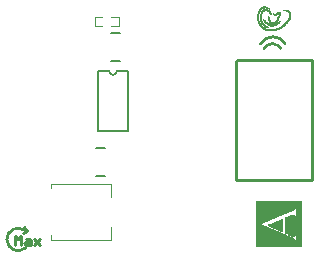
<source format=gto>
%FSLAX23Y23*%
%MOIN*%
G70*
G01*
G75*
%ADD10R,0.118X0.039*%
%ADD11R,0.118X0.059*%
%ADD12R,0.025X0.020*%
%ADD13R,0.079X0.079*%
%ADD14R,0.079X0.051*%
%ADD15O,0.055X0.024*%
%ADD16R,0.055X0.024*%
%ADD17R,0.031X0.035*%
%ADD18R,0.035X0.031*%
%ADD19R,0.043X0.102*%
%ADD20C,0.010*%
%ADD21R,0.105X0.150*%
%ADD22C,0.050*%
%ADD23C,0.039*%
%ADD24C,0.236*%
%ADD25R,0.105X0.155*%
%ADD26C,0.008*%
%ADD27C,0.000*%
%ADD28C,0.004*%
D20*
X1205Y730D02*
G03*
X1123Y730I-41J-24D01*
G01*
X1190Y715D02*
G03*
X1135Y715I-27J-16D01*
G01*
X338Y108D02*
G03*
X340Y50I-23J-30D01*
G01*
X336Y121D02*
X345Y106D01*
X331Y101D02*
X345Y106D01*
X1295Y275D02*
Y675D01*
X1045D02*
X1295D01*
X1040Y670D02*
X1045Y675D01*
X1040Y275D02*
Y670D01*
Y275D02*
X1295D01*
X305Y60D02*
Y91D01*
X315Y81D01*
X326Y91D01*
Y60D01*
X342Y81D02*
X352D01*
X357Y76D01*
Y60D01*
X342D01*
X336Y65D01*
X342Y70D01*
X357D01*
X368Y81D02*
X389Y60D01*
X378Y70D01*
X389Y81D01*
X368Y60D01*
D26*
X618Y640D02*
G03*
X643Y640I13J0D01*
G01*
X580Y440D02*
Y640D01*
Y440D02*
X680D01*
Y640D01*
X643D02*
X680D01*
X580D02*
X618D01*
X574Y288D02*
X606D01*
X574Y382D02*
X606D01*
X624Y673D02*
X656D01*
X624Y767D02*
X656D01*
D27*
X1111Y815D02*
Y824D01*
X1111Y815D02*
Y824D01*
X1112Y811D02*
Y828D01*
X1112Y811D02*
Y828D01*
X1112Y810D02*
Y829D01*
X1113Y808D02*
Y831D01*
X1113Y808D02*
Y831D01*
X1113Y806D02*
Y833D01*
X1113Y806D02*
Y834D01*
X1114Y804D02*
Y835D01*
X1114Y804D02*
Y836D01*
X1114Y803D02*
Y815D01*
Y824D02*
Y837D01*
X1115Y802D02*
Y814D01*
Y825D02*
Y837D01*
X1115Y801D02*
Y811D01*
Y827D02*
Y838D01*
X1115Y801D02*
Y811D01*
Y828D02*
Y838D01*
X1116Y800D02*
Y810D01*
Y829D02*
Y830D01*
Y830D02*
Y839D01*
X1116Y800D02*
Y809D01*
Y831D02*
Y840D01*
X1116Y799D02*
Y808D01*
Y831D02*
Y840D01*
X1117Y799D02*
Y807D01*
Y833D02*
Y841D01*
X1117Y798D02*
Y807D01*
Y833D02*
Y841D01*
X1117Y797D02*
Y805D01*
Y834D02*
Y842D01*
X1117Y797D02*
Y805D01*
Y834D02*
Y842D01*
X1118Y796D02*
Y804D01*
Y836D02*
Y843D01*
X1118Y796D02*
Y803D01*
Y836D02*
Y843D01*
X1118Y796D02*
Y802D01*
Y837D02*
Y844D01*
X1119Y795D02*
Y802D01*
Y838D02*
Y844D01*
X1119Y795D02*
Y801D01*
Y838D02*
Y845D01*
X1119Y794D02*
Y801D01*
Y839D02*
Y845D01*
X1120Y794D02*
Y800D01*
Y840D02*
Y845D01*
X1120Y793D02*
Y800D01*
Y840D02*
Y846D01*
X1120Y793D02*
Y800D01*
Y840D02*
Y847D01*
X1120Y793D02*
Y798D01*
Y841D02*
Y847D01*
X1121Y792D02*
Y798D01*
Y842D02*
Y847D01*
X1121Y792D02*
Y798D01*
Y812D02*
Y825D01*
Y842D02*
Y848D01*
X1121Y792D02*
Y797D01*
Y812D02*
Y825D01*
Y842D02*
Y848D01*
X1122Y791D02*
Y796D01*
Y810D02*
Y828D01*
Y843D02*
Y849D01*
X1122Y791D02*
Y796D01*
Y809D02*
Y828D01*
Y843D02*
Y849D01*
X1122Y791D02*
Y796D01*
Y808D02*
Y830D01*
Y843D02*
Y849D01*
X1122Y790D02*
Y795D01*
Y807D02*
Y830D01*
Y844D02*
Y849D01*
X1123Y790D02*
Y795D01*
Y807D02*
Y831D01*
Y845D02*
Y850D01*
X1123Y790D02*
Y795D01*
Y805D02*
Y832D01*
Y845D02*
Y850D01*
X1123Y789D02*
Y794D01*
Y805D02*
Y833D01*
Y845D02*
Y850D01*
X1124Y789D02*
Y794D01*
Y804D02*
Y818D01*
Y819D02*
Y834D01*
Y846D02*
Y850D01*
X1124Y789D02*
Y794D01*
Y803D02*
Y817D01*
Y820D02*
Y834D01*
Y846D02*
Y850D01*
X1124Y788D02*
Y793D01*
Y802D02*
Y812D01*
Y825D02*
Y835D01*
Y846D02*
Y851D01*
X1125Y788D02*
Y792D01*
Y802D02*
Y812D01*
Y825D02*
Y836D01*
Y846D02*
Y851D01*
X1125Y788D02*
Y792D01*
Y801D02*
Y810D01*
Y828D02*
Y837D01*
Y847D02*
Y851D01*
X1125Y787D02*
Y792D01*
Y801D02*
Y809D01*
Y828D02*
Y837D01*
Y847D02*
Y852D01*
X1125Y787D02*
Y791D01*
Y800D02*
Y808D01*
Y830D02*
Y838D01*
Y847D02*
Y852D01*
X1126Y787D02*
Y791D01*
Y800D02*
Y807D01*
Y830D02*
Y838D01*
Y847D02*
Y852D01*
X1126Y786D02*
Y791D01*
Y800D02*
Y807D01*
Y807D02*
Y807D01*
Y831D02*
Y839D01*
Y848D02*
Y852D01*
X1126Y786D02*
Y791D01*
Y799D02*
Y806D01*
Y832D02*
Y839D01*
Y848D02*
Y852D01*
X1127Y785D02*
Y790D01*
Y798D02*
Y806D01*
Y832D02*
Y840D01*
Y848D02*
Y852D01*
X1127Y785D02*
Y790D01*
Y798D02*
Y804D01*
Y833D02*
Y840D01*
Y849D02*
Y852D01*
X1127Y785D02*
Y790D01*
Y798D02*
Y804D01*
Y834D02*
Y841D01*
Y849D02*
Y853D01*
X1128Y785D02*
Y790D01*
Y797D02*
Y803D01*
Y835D02*
Y841D01*
Y849D02*
Y853D01*
X1128Y785D02*
Y789D01*
Y797D02*
Y803D01*
Y835D02*
Y842D01*
Y849D02*
Y853D01*
X1128Y784D02*
Y789D01*
Y796D02*
Y802D01*
Y836D02*
Y842D01*
Y849D02*
Y853D01*
X1128Y784D02*
Y789D01*
Y796D02*
Y802D01*
Y836D02*
Y842D01*
Y849D02*
Y853D01*
X1129Y784D02*
Y789D01*
Y796D02*
Y801D01*
Y837D02*
Y842D01*
Y850D02*
Y854D01*
X1129Y784D02*
Y788D01*
Y795D02*
Y801D01*
Y837D02*
Y843D01*
Y850D02*
Y854D01*
X1129Y783D02*
Y788D01*
Y795D02*
Y800D01*
Y837D02*
Y843D01*
Y850D02*
Y854D01*
X1130Y783D02*
Y787D01*
Y795D02*
Y800D01*
Y838D02*
Y843D01*
Y850D02*
Y854D01*
X1130Y783D02*
Y787D01*
Y794D02*
Y800D01*
Y838D02*
Y844D01*
Y850D02*
Y854D01*
X1130Y783D02*
Y787D01*
Y794D02*
Y799D01*
Y812D02*
Y813D01*
Y839D02*
Y844D01*
Y850D02*
Y854D01*
X1131Y782D02*
Y787D01*
Y794D02*
Y799D01*
Y812D02*
Y813D01*
Y839D02*
Y844D01*
Y851D02*
Y854D01*
X1131Y782D02*
Y787D01*
Y793D02*
Y799D01*
Y811D02*
Y813D01*
Y840D02*
Y844D01*
Y851D02*
Y854D01*
X1131Y782D02*
Y786D01*
Y793D02*
Y798D01*
Y811D02*
Y813D01*
Y840D02*
Y844D01*
Y851D02*
Y854D01*
X1132Y782D02*
Y786D01*
Y793D02*
Y798D01*
Y809D02*
Y813D01*
Y840D02*
Y845D01*
Y851D02*
Y854D01*
X1132Y781D02*
Y786D01*
Y792D02*
Y798D01*
Y809D02*
Y812D01*
Y840D02*
Y845D01*
Y851D02*
Y855D01*
X1132Y781D02*
Y786D01*
Y792D02*
Y797D01*
Y808D02*
Y812D01*
Y841D02*
Y845D01*
Y851D02*
Y855D01*
X1132Y781D02*
Y785D01*
Y792D02*
Y797D01*
Y808D02*
Y812D01*
Y841D02*
Y845D01*
Y851D02*
Y855D01*
X1133Y781D02*
Y785D01*
Y792D02*
Y797D01*
Y808D02*
Y811D01*
Y841D02*
Y845D01*
Y851D02*
Y855D01*
X1133Y781D02*
Y785D01*
Y791D02*
Y796D01*
Y807D02*
Y811D01*
Y841D02*
Y846D01*
Y851D02*
Y855D01*
X1133Y780D02*
Y785D01*
Y791D02*
Y796D01*
Y807D02*
Y811D01*
Y842D02*
Y846D01*
Y852D02*
Y855D01*
X1134Y780D02*
Y784D01*
Y791D02*
Y796D01*
Y806D02*
Y811D01*
Y842D02*
Y846D01*
Y852D02*
Y855D01*
X1134Y780D02*
Y784D01*
Y791D02*
Y795D01*
Y806D02*
Y811D01*
Y842D02*
Y846D01*
Y852D02*
Y855D01*
X1134Y780D02*
Y784D01*
Y790D02*
Y795D01*
Y805D02*
Y810D01*
Y842D02*
Y846D01*
Y852D02*
Y855D01*
X1135Y780D02*
Y784D01*
Y790D02*
Y794D01*
Y805D02*
Y810D01*
Y842D02*
Y846D01*
Y852D02*
Y855D01*
X1135Y779D02*
Y784D01*
Y790D02*
Y794D01*
Y804D02*
Y809D01*
Y843D02*
Y846D01*
Y852D02*
Y855D01*
X1135Y779D02*
Y784D01*
Y790D02*
Y794D01*
Y804D02*
Y809D01*
Y843D02*
Y846D01*
Y852D02*
Y855D01*
X1135Y779D02*
Y783D01*
Y790D02*
Y794D01*
Y804D02*
Y809D01*
Y843D02*
Y847D01*
Y852D02*
Y855D01*
X1136Y779D02*
Y783D01*
Y790D02*
Y794D01*
Y803D02*
Y809D01*
Y843D02*
Y847D01*
Y852D02*
Y855D01*
X1136Y779D02*
Y783D01*
Y789D02*
Y793D01*
Y803D02*
Y808D01*
Y843D02*
Y847D01*
Y852D02*
Y855D01*
X1136Y779D02*
Y783D01*
Y789D02*
Y793D01*
Y803D02*
Y808D01*
Y843D02*
Y847D01*
Y852D02*
Y855D01*
X1137Y778D02*
Y783D01*
Y789D02*
Y793D01*
Y803D02*
Y808D01*
Y843D02*
Y847D01*
Y852D02*
Y855D01*
X1137Y778D02*
Y782D01*
Y788D02*
Y793D01*
Y802D02*
Y807D01*
Y843D02*
Y847D01*
Y852D02*
Y855D01*
X1137Y778D02*
Y782D01*
Y788D02*
Y792D01*
Y802D02*
Y807D01*
Y843D02*
Y847D01*
Y852D02*
Y855D01*
X1138Y778D02*
Y782D01*
Y788D02*
Y792D01*
Y801D02*
Y807D01*
Y843D02*
Y847D01*
Y852D02*
Y855D01*
X1138Y778D02*
Y782D01*
Y788D02*
Y792D01*
Y801D02*
Y807D01*
Y844D02*
Y847D01*
Y852D02*
Y855D01*
X1138Y778D02*
Y782D01*
Y788D02*
Y792D01*
Y801D02*
Y806D01*
Y844D02*
Y847D01*
Y852D02*
Y855D01*
X1138Y777D02*
Y781D01*
Y787D02*
Y792D01*
Y801D02*
Y806D01*
Y844D02*
Y847D01*
Y852D02*
Y855D01*
X1139Y777D02*
Y781D01*
Y787D02*
Y791D01*
Y801D02*
Y805D01*
Y844D02*
Y847D01*
Y852D02*
Y855D01*
X1139Y777D02*
Y781D01*
Y787D02*
Y791D01*
Y800D02*
Y805D01*
Y844D02*
Y847D01*
Y852D02*
Y854D01*
X1139Y777D02*
Y781D01*
Y787D02*
Y791D01*
Y800D02*
Y804D01*
Y843D02*
Y847D01*
Y852D02*
Y854D01*
X1140Y777D02*
Y781D01*
Y787D02*
Y790D01*
Y800D02*
Y804D01*
Y843D02*
Y847D01*
Y852D02*
Y854D01*
X1140Y776D02*
Y781D01*
Y787D02*
Y790D01*
Y800D02*
Y804D01*
Y843D02*
Y847D01*
Y852D02*
Y854D01*
X1140Y776D02*
Y780D01*
Y787D02*
Y790D01*
Y799D02*
Y803D01*
Y843D02*
Y847D01*
Y852D02*
Y854D01*
X1140Y776D02*
Y780D01*
Y787D02*
Y790D01*
Y799D02*
Y803D01*
Y843D02*
Y847D01*
Y852D02*
Y854D01*
X1141Y776D02*
Y780D01*
Y787D02*
Y790D01*
Y799D02*
Y803D01*
Y843D02*
Y847D01*
Y852D02*
Y854D01*
X1141Y776D02*
Y780D01*
Y786D02*
Y790D01*
Y798D02*
Y803D01*
Y843D02*
Y847D01*
Y852D02*
Y854D01*
X1141Y776D02*
Y780D01*
Y786D02*
Y789D01*
Y798D02*
Y803D01*
Y843D02*
Y846D01*
Y851D02*
Y854D01*
X1142Y776D02*
Y780D01*
Y786D02*
Y789D01*
Y798D02*
Y803D01*
Y843D02*
Y846D01*
Y851D02*
Y854D01*
X1142Y776D02*
Y779D01*
Y786D02*
Y789D01*
Y798D02*
Y802D01*
Y842D02*
Y846D01*
Y851D02*
Y853D01*
X1142Y776D02*
Y779D01*
Y786D02*
Y789D01*
Y798D02*
Y802D01*
Y842D02*
Y846D01*
Y851D02*
Y853D01*
X1143Y776D02*
Y779D01*
Y786D02*
Y788D01*
Y797D02*
Y802D01*
Y842D02*
Y846D01*
Y851D02*
Y853D01*
X1143Y776D02*
Y779D01*
Y786D02*
Y788D01*
Y797D02*
Y801D01*
Y842D02*
Y846D01*
Y851D02*
Y853D01*
X1143Y776D02*
Y779D01*
Y786D02*
Y788D01*
Y797D02*
Y801D01*
Y842D02*
Y846D01*
Y851D02*
Y853D01*
X1143Y776D02*
Y779D01*
Y786D02*
Y788D01*
Y797D02*
Y801D01*
Y842D02*
Y846D01*
Y851D02*
Y853D01*
X1144Y776D02*
Y779D01*
Y785D02*
Y788D01*
Y797D02*
Y801D01*
Y842D02*
Y846D01*
Y851D02*
Y853D01*
X1144Y776D02*
Y779D01*
Y785D02*
Y787D01*
Y796D02*
Y801D01*
Y841D02*
Y846D01*
Y851D02*
Y852D01*
X1144Y776D02*
Y779D01*
Y785D02*
Y787D01*
Y796D02*
Y800D01*
Y841D02*
Y845D01*
Y851D02*
Y852D01*
X1145Y776D02*
Y779D01*
Y785D02*
Y787D01*
Y796D02*
Y800D01*
Y841D02*
Y845D01*
Y850D02*
Y852D01*
X1145Y776D02*
Y779D01*
Y785D02*
Y787D01*
Y796D02*
Y800D01*
Y841D02*
Y845D01*
Y850D02*
Y852D01*
X1145Y775D02*
Y779D01*
Y785D02*
Y787D01*
Y796D02*
Y800D01*
Y841D02*
Y845D01*
Y850D02*
Y852D01*
X1146Y775D02*
Y779D01*
Y785D02*
Y786D01*
Y795D02*
Y800D01*
Y840D02*
Y845D01*
Y850D02*
Y852D01*
X1146Y775D02*
Y779D01*
Y785D02*
Y786D01*
Y795D02*
Y799D01*
Y840D02*
Y844D01*
Y850D02*
Y852D01*
X1146Y775D02*
Y779D01*
Y785D02*
Y786D01*
Y795D02*
Y799D01*
Y840D02*
Y844D01*
Y850D02*
Y851D01*
X1146Y775D02*
Y779D01*
Y785D02*
Y786D01*
Y795D02*
Y799D01*
Y840D02*
Y844D01*
Y850D02*
Y851D01*
X1147Y775D02*
Y779D01*
Y785D02*
Y786D01*
Y795D02*
Y799D01*
Y840D02*
Y844D01*
Y849D02*
Y851D01*
X1147Y775D02*
Y779D01*
Y795D02*
Y799D01*
Y840D02*
Y844D01*
Y849D02*
Y851D01*
X1147Y775D02*
Y779D01*
Y795D02*
Y798D01*
Y839D02*
Y844D01*
Y849D02*
Y851D01*
X1148Y775D02*
Y779D01*
Y794D02*
Y798D01*
Y839D02*
Y843D01*
Y849D02*
Y851D01*
X1148Y775D02*
Y779D01*
Y794D02*
Y798D01*
Y812D02*
Y821D01*
Y838D02*
Y843D01*
Y849D02*
Y850D01*
X1148Y775D02*
Y779D01*
Y794D02*
Y798D01*
Y812D02*
Y822D01*
Y838D02*
Y843D01*
Y849D02*
Y850D01*
X1149Y775D02*
Y779D01*
Y794D02*
Y798D01*
Y810D02*
Y824D01*
Y838D02*
Y842D01*
Y849D02*
Y850D01*
X1149Y775D02*
Y779D01*
Y794D02*
Y798D01*
Y810D02*
Y824D01*
Y838D02*
Y842D01*
Y849D02*
Y849D01*
X1149Y775D02*
Y779D01*
Y793D02*
Y798D01*
Y808D02*
Y820D01*
Y838D02*
Y842D01*
Y848D02*
Y849D01*
X1150Y775D02*
Y779D01*
Y793D02*
Y798D01*
Y808D02*
Y820D01*
Y837D02*
Y842D01*
Y848D02*
Y849D01*
X1150Y775D02*
Y779D01*
Y793D02*
Y797D01*
Y808D02*
Y817D01*
Y837D02*
Y842D01*
Y848D02*
Y849D01*
X1150Y775D02*
Y779D01*
Y793D02*
Y797D01*
Y807D02*
Y817D01*
Y837D02*
Y841D01*
Y848D02*
Y849D01*
X1150Y775D02*
Y779D01*
Y793D02*
Y797D01*
Y806D02*
Y814D01*
Y836D02*
Y841D01*
Y847D02*
Y848D01*
X1151Y775D02*
Y779D01*
Y793D02*
Y797D01*
Y806D02*
Y814D01*
Y836D02*
Y841D01*
Y847D02*
Y848D01*
X1151Y775D02*
Y779D01*
Y793D02*
Y797D01*
Y806D02*
Y814D01*
Y836D02*
Y840D01*
Y847D02*
Y848D01*
X1151Y775D02*
Y779D01*
Y792D02*
Y796D01*
Y805D02*
Y812D01*
Y836D02*
Y840D01*
Y847D02*
Y848D01*
X1152Y775D02*
Y779D01*
Y792D02*
Y796D01*
Y805D02*
Y812D01*
Y835D02*
Y840D01*
X1152Y775D02*
Y779D01*
Y793D02*
Y796D01*
Y804D02*
Y810D01*
Y835D02*
Y839D01*
X1152Y775D02*
Y779D01*
Y793D02*
Y796D01*
Y804D02*
Y810D01*
Y834D02*
Y839D01*
X1153Y775D02*
Y779D01*
Y793D02*
Y796D01*
Y803D02*
Y809D01*
Y834D02*
Y839D01*
X1153Y775D02*
Y779D01*
Y792D02*
Y796D01*
Y803D02*
Y809D01*
Y834D02*
Y838D01*
X1153Y775D02*
Y779D01*
Y792D02*
Y796D01*
Y803D02*
Y808D01*
Y834D02*
Y838D01*
X1153Y775D02*
Y779D01*
Y792D02*
Y795D01*
Y803D02*
Y808D01*
Y834D02*
Y838D01*
X1154Y775D02*
Y779D01*
Y792D02*
Y795D01*
Y803D02*
Y807D01*
Y833D02*
Y837D01*
X1154Y775D02*
Y779D01*
Y792D02*
Y795D01*
Y802D02*
Y807D01*
Y833D02*
Y836D01*
X1154Y775D02*
Y779D01*
Y792D02*
Y795D01*
Y802D02*
Y806D01*
Y833D02*
Y836D01*
X1155Y775D02*
Y779D01*
Y792D02*
Y795D01*
Y801D02*
Y806D01*
Y833D02*
Y836D01*
X1155Y775D02*
Y779D01*
Y792D02*
Y795D01*
Y801D02*
Y806D01*
Y832D02*
Y835D01*
X1155Y775D02*
Y779D01*
Y792D02*
Y795D01*
Y801D02*
Y805D01*
Y832D02*
Y835D01*
X1156Y775D02*
Y779D01*
Y792D02*
Y795D01*
Y801D02*
Y805D01*
Y832D02*
Y834D01*
X1156Y775D02*
Y779D01*
Y792D02*
Y795D01*
Y801D02*
Y805D01*
Y831D02*
Y833D01*
X1156Y775D02*
Y779D01*
Y792D02*
Y795D01*
Y800D02*
Y805D01*
Y831D02*
Y833D01*
X1156Y775D02*
Y779D01*
Y791D02*
Y795D01*
Y800D02*
Y804D01*
Y831D02*
Y832D01*
X1157Y775D02*
Y779D01*
Y791D02*
Y795D01*
Y800D02*
Y804D01*
Y830D02*
Y832D01*
X1157Y775D02*
Y779D01*
Y791D02*
Y795D01*
Y800D02*
Y804D01*
Y830D02*
Y831D01*
X1157Y775D02*
Y779D01*
Y791D02*
Y795D01*
Y800D02*
Y804D01*
Y831D02*
Y831D01*
X1158Y775D02*
Y779D01*
Y791D02*
Y795D01*
Y800D02*
Y803D01*
X1158Y775D02*
Y779D01*
Y791D02*
Y795D01*
Y799D02*
Y803D01*
X1158Y775D02*
Y779D01*
Y791D02*
Y795D01*
Y799D02*
Y803D01*
X1158Y775D02*
Y779D01*
Y791D02*
Y795D01*
Y799D02*
Y803D01*
X1159Y775D02*
Y779D01*
Y791D02*
Y795D01*
Y799D02*
Y803D01*
X1159Y775D02*
Y779D01*
Y791D02*
Y795D01*
Y799D02*
Y803D01*
X1159Y775D02*
Y779D01*
Y791D02*
Y795D01*
Y799D02*
Y803D01*
X1160Y776D02*
Y779D01*
Y791D02*
Y795D01*
Y799D02*
Y803D01*
X1160Y776D02*
Y779D01*
Y791D02*
Y795D01*
Y798D02*
Y803D01*
X1160Y776D02*
Y779D01*
Y791D02*
Y795D01*
Y798D02*
Y803D01*
X1161Y776D02*
Y779D01*
Y791D02*
Y795D01*
Y798D02*
Y802D01*
X1161Y776D02*
Y779D01*
Y791D02*
Y795D01*
Y798D02*
Y802D01*
X1161Y776D02*
Y779D01*
Y791D02*
Y795D01*
Y798D02*
Y802D01*
X1161Y776D02*
Y779D01*
Y791D02*
Y795D01*
Y798D02*
Y802D01*
X1162Y776D02*
Y779D01*
Y791D02*
Y795D01*
Y798D02*
Y802D01*
X1162Y776D02*
Y779D01*
Y791D02*
Y795D01*
Y798D02*
Y802D01*
X1162Y776D02*
Y779D01*
Y791D02*
Y795D01*
Y798D02*
Y802D01*
X1163Y776D02*
Y779D01*
Y791D02*
Y795D01*
Y798D02*
Y802D01*
X1163Y776D02*
Y779D01*
Y791D02*
Y795D01*
Y798D02*
Y802D01*
X1163Y776D02*
Y779D01*
Y791D02*
Y795D01*
Y798D02*
Y802D01*
X1164Y776D02*
Y779D01*
Y791D02*
Y795D01*
Y798D02*
Y802D01*
Y832D02*
Y834D01*
X1164Y776D02*
Y779D01*
Y791D02*
Y795D01*
Y798D02*
Y802D01*
Y832D02*
Y834D01*
X1164Y776D02*
Y779D01*
Y791D02*
Y795D01*
Y798D02*
Y802D01*
Y831D02*
Y834D01*
X1164Y776D02*
Y779D01*
Y791D02*
Y795D01*
Y798D02*
Y802D01*
Y831D02*
Y833D01*
X1165Y776D02*
Y779D01*
Y791D02*
Y795D01*
Y798D02*
Y802D01*
Y830D02*
Y833D01*
X1165Y776D02*
Y779D01*
Y792D02*
Y795D01*
Y798D02*
Y802D01*
Y830D02*
Y832D01*
X1165Y776D02*
Y780D01*
Y792D02*
Y795D01*
Y798D02*
Y802D01*
Y829D02*
Y832D01*
X1166Y776D02*
Y780D01*
Y792D02*
Y795D01*
Y798D02*
Y802D01*
Y829D02*
Y832D01*
X1166Y776D02*
Y780D01*
Y792D02*
Y795D01*
Y798D02*
Y802D01*
Y829D02*
Y831D01*
X1166Y776D02*
Y780D01*
Y792D02*
Y795D01*
Y798D02*
Y802D01*
Y828D02*
Y831D01*
X1167Y776D02*
Y780D01*
Y792D02*
Y795D01*
Y798D02*
Y802D01*
Y828D02*
Y831D01*
X1167Y776D02*
Y780D01*
Y792D02*
Y795D01*
Y798D02*
Y802D01*
Y828D02*
Y831D01*
X1167Y776D02*
Y780D01*
Y792D02*
Y795D01*
Y798D02*
Y802D01*
Y828D02*
Y831D01*
X1168Y776D02*
Y780D01*
Y792D02*
Y795D01*
Y798D02*
Y803D01*
Y827D02*
Y831D01*
X1168Y776D02*
Y780D01*
Y792D02*
Y795D01*
Y799D02*
Y803D01*
Y827D02*
Y831D01*
X1168Y776D02*
Y780D01*
Y792D02*
Y796D01*
Y799D02*
Y803D01*
Y827D02*
Y830D01*
X1168Y776D02*
Y780D01*
Y792D02*
Y796D01*
Y799D02*
Y803D01*
Y827D02*
Y830D01*
X1169Y776D02*
Y780D01*
Y792D02*
Y796D01*
Y799D02*
Y803D01*
Y827D02*
Y830D01*
X1169Y776D02*
Y780D01*
Y792D02*
Y796D01*
Y799D02*
Y803D01*
Y827D02*
Y830D01*
X1169Y777D02*
Y780D01*
Y793D02*
Y796D01*
Y799D02*
Y803D01*
Y827D02*
Y830D01*
X1170Y777D02*
Y780D01*
Y793D02*
Y796D01*
Y799D02*
Y803D01*
Y827D02*
Y830D01*
X1170Y777D02*
Y781D01*
Y792D02*
Y796D01*
Y799D02*
Y803D01*
Y827D02*
Y830D01*
X1170Y777D02*
Y781D01*
Y792D02*
Y796D01*
Y800D02*
Y803D01*
Y827D02*
Y830D01*
X1171Y777D02*
Y781D01*
Y793D02*
Y797D01*
Y800D02*
Y804D01*
Y827D02*
Y830D01*
X1171Y777D02*
Y781D01*
Y793D02*
Y797D01*
Y800D02*
Y804D01*
Y827D02*
Y830D01*
X1171Y777D02*
Y781D01*
Y793D02*
Y797D01*
Y800D02*
Y804D01*
Y827D02*
Y830D01*
X1171Y777D02*
Y781D01*
Y793D02*
Y797D01*
Y800D02*
Y805D01*
Y827D02*
Y830D01*
X1172Y777D02*
Y781D01*
Y793D02*
Y797D01*
Y801D02*
Y805D01*
Y827D02*
Y830D01*
X1172Y777D02*
Y781D01*
Y793D02*
Y797D01*
Y801D02*
Y805D01*
Y827D02*
Y830D01*
X1172Y777D02*
Y781D01*
Y793D02*
Y798D01*
Y801D02*
Y805D01*
Y827D02*
Y830D01*
X1173Y777D02*
Y781D01*
Y794D02*
Y798D01*
Y801D02*
Y805D01*
Y827D02*
Y830D01*
X1173Y777D02*
Y781D01*
Y794D02*
Y798D01*
Y801D02*
Y806D01*
Y827D02*
Y830D01*
X1173Y778D02*
Y781D01*
Y794D02*
Y798D01*
Y802D02*
Y806D01*
Y827D02*
Y830D01*
X1173Y778D02*
Y781D01*
Y794D02*
Y798D01*
Y802D02*
Y807D01*
Y827D02*
Y830D01*
X1174Y778D02*
Y782D01*
Y794D02*
Y798D01*
Y802D02*
Y807D01*
Y827D02*
Y831D01*
X1174Y778D02*
Y782D01*
Y795D02*
Y798D01*
Y802D02*
Y807D01*
Y827D02*
Y831D01*
X1174Y778D02*
Y781D01*
Y795D02*
Y798D01*
Y803D02*
Y808D01*
Y827D02*
Y831D01*
X1175Y778D02*
Y782D01*
Y795D02*
Y799D01*
Y803D02*
Y809D01*
Y827D02*
Y831D01*
X1175Y778D02*
Y782D01*
Y795D02*
Y799D01*
Y803D02*
Y809D01*
Y827D02*
Y831D01*
X1175Y778D02*
Y782D01*
Y795D02*
Y799D01*
Y803D02*
Y809D01*
Y827D02*
Y831D01*
X1176Y778D02*
Y782D01*
Y795D02*
Y799D01*
Y804D02*
Y810D01*
Y827D02*
Y832D01*
X1176Y778D02*
Y782D01*
Y795D02*
Y800D01*
Y804D02*
Y811D01*
Y827D02*
Y832D01*
X1176Y779D02*
Y782D01*
Y795D02*
Y800D01*
Y805D02*
Y811D01*
Y827D02*
Y832D01*
X1176Y779D02*
Y782D01*
Y796D02*
Y800D01*
Y805D02*
Y811D01*
Y828D02*
Y832D01*
X1177Y779D02*
Y782D01*
Y796D02*
Y800D01*
Y806D02*
Y812D01*
Y828D02*
Y833D01*
X1177Y779D02*
Y782D01*
Y796D02*
Y800D01*
Y806D02*
Y813D01*
Y828D02*
Y833D01*
X1177Y779D02*
Y782D01*
Y796D02*
Y801D01*
Y807D02*
Y814D01*
Y828D02*
Y833D01*
X1178Y779D02*
Y782D01*
Y796D02*
Y801D01*
Y807D02*
Y814D01*
Y829D02*
Y834D01*
X1178Y779D02*
Y783D01*
Y797D02*
Y801D01*
Y808D02*
Y816D01*
Y829D02*
Y834D01*
X1178Y779D02*
Y783D01*
Y797D02*
Y801D01*
Y808D02*
Y816D01*
Y829D02*
Y835D01*
X1179Y779D02*
Y783D01*
Y797D02*
Y801D01*
Y809D02*
Y817D01*
Y829D02*
Y835D01*
X1179Y779D02*
Y783D01*
Y797D02*
Y801D01*
Y809D02*
Y818D01*
Y830D02*
Y836D01*
X1179Y779D02*
Y783D01*
Y798D02*
Y802D01*
Y810D02*
Y818D01*
Y818D02*
Y819D01*
Y830D02*
Y836D01*
X1179Y779D02*
Y783D01*
Y798D02*
Y802D01*
Y811D02*
Y819D01*
Y830D02*
Y836D01*
X1180Y779D02*
Y783D01*
Y798D02*
Y803D01*
Y811D02*
Y819D01*
Y831D02*
Y836D01*
X1180Y779D02*
Y783D01*
Y798D02*
Y803D01*
Y812D02*
Y821D01*
Y831D02*
Y836D01*
X1180Y779D02*
Y784D01*
Y798D02*
Y803D01*
Y812D02*
Y821D01*
Y831D02*
Y836D01*
X1181Y780D02*
Y784D01*
Y798D02*
Y803D01*
Y814D02*
Y822D01*
Y832D02*
Y837D01*
X1181Y780D02*
Y784D01*
Y799D02*
Y803D01*
Y814D02*
Y822D01*
Y832D02*
Y837D01*
X1181Y780D02*
Y784D01*
Y799D02*
Y803D01*
Y816D02*
Y823D01*
Y833D02*
Y837D01*
X1182Y780D02*
Y784D01*
Y799D02*
Y804D01*
Y816D02*
Y823D01*
Y833D02*
Y837D01*
X1182Y780D02*
Y784D01*
Y800D02*
Y804D01*
Y817D02*
Y824D01*
Y833D02*
Y837D01*
X1182Y780D02*
Y784D01*
Y800D02*
Y804D01*
Y817D02*
Y824D01*
Y833D02*
Y837D01*
X1183Y780D02*
Y784D01*
Y800D02*
Y804D01*
Y818D02*
Y825D01*
Y833D02*
Y837D01*
X1183Y780D02*
Y784D01*
Y801D02*
Y804D01*
Y818D02*
Y825D01*
Y833D02*
Y837D01*
X1183Y780D02*
Y784D01*
Y801D02*
Y805D01*
Y819D02*
Y825D01*
Y833D02*
Y837D01*
X1183Y781D02*
Y784D01*
Y801D02*
Y805D01*
Y819D02*
Y827D01*
Y833D02*
Y837D01*
X1184Y781D02*
Y785D01*
Y802D02*
Y805D01*
Y820D02*
Y827D01*
Y833D02*
Y837D01*
X1184Y781D02*
Y785D01*
Y802D02*
Y805D01*
Y821D02*
Y828D01*
Y833D02*
Y837D01*
X1184Y781D02*
Y785D01*
Y802D02*
Y805D01*
Y821D02*
Y828D01*
Y832D02*
Y837D01*
X1185Y781D02*
Y785D01*
Y803D02*
Y806D01*
Y821D02*
Y831D01*
Y831D02*
Y837D01*
X1185Y781D02*
Y785D01*
Y803D02*
Y806D01*
Y822D02*
Y837D01*
X1185Y781D02*
Y785D01*
Y803D02*
Y806D01*
Y823D02*
Y836D01*
X1186Y782D02*
Y785D01*
Y804D02*
Y806D01*
Y823D02*
Y836D01*
X1186Y782D02*
Y785D01*
Y805D02*
Y807D01*
Y823D02*
Y836D01*
X1186Y782D02*
Y786D01*
Y805D02*
Y807D01*
Y824D02*
Y836D01*
X1186Y782D02*
Y786D01*
Y806D02*
Y807D01*
Y825D02*
Y836D01*
X1187Y782D02*
Y786D01*
Y806D02*
Y807D01*
Y825D02*
Y836D01*
X1187Y782D02*
Y786D01*
Y826D02*
Y835D01*
X1187Y782D02*
Y786D01*
Y827D02*
Y834D01*
X1188Y782D02*
Y787D01*
Y827D02*
Y834D01*
X1188Y782D02*
Y787D01*
X1188Y782D02*
Y787D01*
X1189Y783D02*
Y787D01*
X1189Y783D02*
Y787D01*
X1189Y783D02*
Y787D01*
X1189Y783D02*
Y787D01*
X1190Y783D02*
Y787D01*
X1190Y784D02*
Y787D01*
X1190Y784D02*
Y788D01*
X1191Y784D02*
Y788D01*
X1191Y784D02*
Y788D01*
X1191Y784D02*
Y788D01*
X1191Y784D02*
Y788D01*
X1192Y785D02*
Y789D01*
X1192Y785D02*
Y789D01*
X1192Y785D02*
Y789D01*
X1193Y785D02*
Y789D01*
X1193Y785D02*
Y789D01*
X1193Y785D02*
Y790D01*
X1194Y786D02*
Y790D01*
X1194Y786D02*
Y790D01*
X1194Y786D02*
Y791D01*
X1194Y787D02*
Y791D01*
X1195Y787D02*
Y791D01*
X1195Y787D02*
Y791D01*
X1195Y787D02*
Y792D01*
X1196Y787D02*
Y792D01*
X1196Y788D02*
Y792D01*
X1196Y788D02*
Y793D01*
X1197Y788D02*
Y793D01*
X1197Y788D02*
Y793D01*
X1197Y789D02*
Y794D01*
Y842D02*
Y843D01*
X1197Y789D02*
Y794D01*
Y842D02*
Y843D01*
X1198Y789D02*
Y794D01*
Y842D02*
Y843D01*
X1198Y789D02*
Y795D01*
Y842D02*
Y843D01*
X1198Y789D02*
Y795D01*
Y842D02*
Y843D01*
X1199Y790D02*
Y795D01*
Y842D02*
Y843D01*
X1199Y790D02*
Y796D01*
Y843D02*
Y843D01*
X1199Y791D02*
Y796D01*
Y843D02*
Y844D01*
X1200Y791D02*
Y796D01*
Y843D02*
Y844D01*
X1200Y791D02*
Y796D01*
Y843D02*
Y844D01*
X1200Y791D02*
Y797D01*
Y843D02*
Y844D01*
X1201Y792D02*
Y797D01*
Y843D02*
Y844D01*
X1201Y792D02*
Y797D01*
Y843D02*
Y844D01*
X1201Y792D02*
Y798D01*
Y843D02*
Y844D01*
X1201Y793D02*
Y798D01*
Y843D02*
Y844D01*
X1202Y793D02*
Y798D01*
Y843D02*
Y844D01*
X1202Y794D02*
Y799D01*
Y843D02*
Y844D01*
X1202Y794D02*
Y799D01*
Y843D02*
Y844D01*
X1203Y794D02*
Y799D01*
Y843D02*
Y844D01*
X1203Y794D02*
Y800D01*
Y843D02*
Y844D01*
X1203Y795D02*
Y800D01*
Y843D02*
Y844D01*
X1204Y795D02*
Y800D01*
Y843D02*
Y844D01*
X1204Y796D02*
Y801D01*
Y843D02*
Y844D01*
X1204Y796D02*
Y801D01*
Y843D02*
Y844D01*
X1204Y796D02*
Y801D01*
Y843D02*
Y844D01*
X1205Y797D02*
Y802D01*
Y843D02*
Y844D01*
X1205Y797D02*
Y802D01*
Y842D02*
Y844D01*
X1205Y797D02*
Y802D01*
Y842D02*
Y844D01*
X1206Y798D02*
Y803D01*
Y842D02*
Y844D01*
X1206Y798D02*
Y803D01*
Y842D02*
Y844D01*
X1206Y798D02*
Y803D01*
Y842D02*
Y844D01*
X1207Y798D02*
Y803D01*
Y842D02*
Y844D01*
X1207Y799D02*
Y803D01*
Y842D02*
Y844D01*
X1207Y799D02*
Y804D01*
Y842D02*
Y844D01*
X1207Y799D02*
Y804D01*
Y842D02*
Y844D01*
X1208Y799D02*
Y804D01*
Y842D02*
Y844D01*
X1208Y800D02*
Y805D01*
Y841D02*
Y844D01*
X1208Y800D02*
Y805D01*
Y841D02*
Y844D01*
X1209Y800D02*
Y805D01*
Y841D02*
Y844D01*
X1209Y800D02*
Y806D01*
Y841D02*
Y844D01*
X1209Y801D02*
Y806D01*
Y841D02*
Y844D01*
X1209Y801D02*
Y807D01*
Y841D02*
Y844D01*
X1210Y801D02*
Y807D01*
Y841D02*
Y844D01*
X1210Y802D02*
Y807D01*
Y841D02*
Y844D01*
X1210Y802D02*
Y807D01*
Y841D02*
Y843D01*
X1211Y803D02*
Y808D01*
Y840D02*
Y843D01*
X1211Y803D02*
Y808D01*
Y840D02*
Y843D01*
X1211Y803D02*
Y808D01*
Y840D02*
Y843D01*
X1212Y803D02*
Y809D01*
Y840D02*
Y843D01*
X1212Y804D02*
Y809D01*
Y840D02*
Y843D01*
X1212Y804D02*
Y809D01*
Y839D02*
Y843D01*
X1212Y805D02*
Y810D01*
Y839D02*
Y842D01*
X1213Y805D02*
Y810D01*
Y839D02*
Y842D01*
X1213Y805D02*
Y810D01*
Y839D02*
Y842D01*
X1213Y806D02*
Y811D01*
Y838D02*
Y842D01*
X1214Y806D02*
Y811D01*
Y838D02*
Y842D01*
X1214Y807D02*
Y812D01*
Y838D02*
Y842D01*
X1214Y807D02*
Y812D01*
Y838D02*
Y841D01*
X1215Y807D02*
Y812D01*
Y837D02*
Y841D01*
X1215Y807D02*
Y812D01*
Y837D02*
Y841D01*
X1215Y808D02*
Y813D01*
Y836D02*
Y841D01*
X1215Y808D02*
Y814D01*
Y836D02*
Y841D01*
X1216Y808D02*
Y814D01*
Y836D02*
Y840D01*
X1216Y809D02*
Y815D01*
Y835D02*
Y840D01*
X1216Y809D02*
Y815D01*
Y835D02*
Y840D01*
X1217Y809D02*
Y816D01*
Y834D02*
Y839D01*
X1217Y810D02*
Y816D01*
Y833D02*
Y839D01*
X1217Y810D02*
Y818D01*
Y832D02*
Y839D01*
X1218Y810D02*
Y818D01*
Y832D02*
Y838D01*
X1218Y812D02*
Y819D01*
Y830D02*
Y831D01*
Y831D02*
Y838D01*
X1218Y812D02*
Y820D01*
Y830D02*
Y838D01*
X1219Y812D02*
Y820D01*
Y829D02*
Y837D01*
X1219Y812D02*
Y836D01*
X1219Y813D02*
Y836D01*
X1219Y814D02*
Y836D01*
X1220Y814D02*
Y835D01*
X1220Y816D02*
Y834D01*
X1220Y816D02*
Y834D01*
X1221Y818D02*
Y832D01*
X1221Y818D02*
Y832D01*
X1221Y820D02*
Y830D01*
X1222Y820D02*
Y829D01*
X1222Y821D02*
Y821D01*
X1259Y57D02*
Y207D01*
X1258Y57D02*
Y207D01*
X1258Y57D02*
Y207D01*
X1258Y57D02*
Y207D01*
X1258Y57D02*
Y207D01*
X1257Y57D02*
Y207D01*
X1257Y57D02*
Y207D01*
X1257Y57D02*
Y207D01*
X1256Y57D02*
Y207D01*
X1256Y57D02*
Y207D01*
X1256Y57D02*
Y207D01*
X1255Y57D02*
Y207D01*
X1255Y57D02*
Y207D01*
X1255Y57D02*
Y207D01*
X1255Y57D02*
Y207D01*
X1254Y57D02*
Y207D01*
X1254Y57D02*
Y207D01*
X1254Y57D02*
Y207D01*
X1253Y57D02*
Y207D01*
X1253Y57D02*
Y207D01*
X1253Y57D02*
Y207D01*
X1253Y57D02*
Y207D01*
X1252Y57D02*
Y207D01*
X1252Y57D02*
Y207D01*
X1252Y57D02*
Y207D01*
X1251Y57D02*
Y207D01*
X1251Y57D02*
Y207D01*
X1251Y57D02*
Y207D01*
X1250Y57D02*
Y207D01*
X1250Y57D02*
Y207D01*
X1250Y57D02*
Y207D01*
X1250Y57D02*
Y207D01*
X1249Y57D02*
Y207D01*
X1249Y57D02*
Y207D01*
X1249Y57D02*
Y207D01*
X1248Y57D02*
Y207D01*
X1248Y57D02*
Y207D01*
X1248Y57D02*
Y207D01*
X1247Y57D02*
Y207D01*
X1247Y57D02*
Y207D01*
X1247Y57D02*
Y207D01*
X1247Y57D02*
Y207D01*
X1246Y57D02*
Y207D01*
X1246Y57D02*
Y207D01*
X1246Y57D02*
Y207D01*
X1245Y57D02*
Y207D01*
X1245Y57D02*
Y207D01*
X1245Y57D02*
Y207D01*
X1244Y57D02*
Y207D01*
X1244Y57D02*
Y207D01*
X1244Y57D02*
Y207D01*
X1243Y57D02*
Y207D01*
X1243Y57D02*
Y207D01*
X1243Y57D02*
Y207D01*
X1243Y57D02*
Y207D01*
X1242Y57D02*
Y207D01*
X1242Y194D02*
Y207D01*
Y105D02*
Y193D01*
Y70D02*
Y103D01*
Y57D02*
Y68D01*
X1242Y194D02*
Y207D01*
Y105D02*
Y193D01*
Y70D02*
Y103D01*
Y57D02*
Y68D01*
X1241Y193D02*
Y207D01*
Y105D02*
Y147D01*
Y57D02*
Y68D01*
X1241Y193D02*
Y207D01*
Y105D02*
Y147D01*
Y57D02*
Y68D01*
X1241Y195D02*
Y207D01*
Y105D02*
Y147D01*
Y57D02*
Y68D01*
X1240Y195D02*
Y207D01*
Y105D02*
Y147D01*
Y57D02*
Y68D01*
X1240Y194D02*
Y207D01*
Y192D02*
Y193D01*
Y104D02*
Y147D01*
Y57D02*
Y69D01*
X1240Y194D02*
Y207D01*
Y192D02*
Y193D01*
Y104D02*
Y147D01*
Y57D02*
Y69D01*
X1240Y193D02*
Y207D01*
Y192D02*
Y193D01*
Y105D02*
Y147D01*
Y57D02*
Y68D01*
X1239Y191D02*
Y207D01*
Y100D02*
Y153D01*
Y57D02*
Y71D01*
X1239Y191D02*
Y207D01*
Y100D02*
Y153D01*
Y57D02*
Y71D01*
X1239Y187D02*
Y207D01*
Y97D02*
Y154D01*
Y57D02*
Y73D01*
X1238Y187D02*
Y207D01*
Y97D02*
Y154D01*
Y57D02*
Y73D01*
X1238Y186D02*
Y207D01*
Y95D02*
Y156D01*
Y57D02*
Y74D01*
X1238Y186D02*
Y207D01*
Y95D02*
Y156D01*
Y57D02*
Y74D01*
X1237Y186D02*
Y207D01*
Y94D02*
Y156D01*
Y57D02*
Y76D01*
X1237Y186D02*
Y207D01*
Y94D02*
Y156D01*
Y57D02*
Y76D01*
X1237Y184D02*
Y207D01*
Y94D02*
Y157D01*
Y57D02*
Y76D01*
X1237Y184D02*
Y207D01*
Y94D02*
Y157D01*
Y57D02*
Y76D01*
X1236Y184D02*
Y207D01*
Y93D02*
Y159D01*
Y57D02*
Y78D01*
X1236Y184D02*
Y207D01*
Y93D02*
Y159D01*
Y57D02*
Y78D01*
X1236Y183D02*
Y207D01*
Y92D02*
Y158D01*
Y57D02*
Y78D01*
X1235Y183D02*
Y207D01*
Y92D02*
Y158D01*
Y57D02*
Y78D01*
X1235Y182D02*
Y207D01*
Y92D02*
Y159D01*
Y57D02*
Y78D01*
X1235Y182D02*
Y207D01*
Y92D02*
Y160D01*
Y57D02*
Y79D01*
X1235Y182D02*
Y207D01*
Y92D02*
Y160D01*
Y57D02*
Y79D01*
X1234Y181D02*
Y207D01*
Y91D02*
Y159D01*
Y57D02*
Y79D01*
X1234Y181D02*
Y207D01*
Y91D02*
Y159D01*
Y57D02*
Y79D01*
X1234Y181D02*
Y207D01*
Y91D02*
Y159D01*
Y57D02*
Y81D01*
X1233Y181D02*
Y207D01*
Y91D02*
Y159D01*
Y57D02*
Y81D01*
X1233Y181D02*
Y207D01*
Y92D02*
Y159D01*
Y57D02*
Y80D01*
X1233Y181D02*
Y207D01*
Y92D02*
Y159D01*
Y57D02*
Y80D01*
X1232Y181D02*
Y207D01*
Y91D02*
Y159D01*
Y57D02*
Y81D01*
X1232Y181D02*
Y207D01*
Y91D02*
Y159D01*
Y57D02*
Y81D01*
X1232Y179D02*
Y207D01*
Y90D02*
Y159D01*
Y57D02*
Y81D01*
X1232Y179D02*
Y207D01*
Y90D02*
Y159D01*
Y57D02*
Y81D01*
X1231Y180D02*
Y207D01*
Y91D02*
Y160D01*
Y57D02*
Y81D01*
X1231Y180D02*
Y207D01*
Y91D02*
Y160D01*
Y57D02*
Y81D01*
X1231Y179D02*
Y207D01*
Y92D02*
Y159D01*
Y57D02*
Y82D01*
X1230Y178D02*
Y207D01*
Y91D02*
Y161D01*
Y57D02*
Y82D01*
X1230Y178D02*
Y207D01*
Y91D02*
Y161D01*
Y57D02*
Y82D01*
X1230Y177D02*
Y207D01*
Y92D02*
Y159D01*
Y57D02*
Y83D01*
X1229Y177D02*
Y207D01*
Y92D02*
Y159D01*
Y57D02*
Y83D01*
X1229Y178D02*
Y207D01*
Y91D02*
Y160D01*
Y57D02*
Y82D01*
X1229Y178D02*
Y207D01*
Y91D02*
Y160D01*
Y57D02*
Y82D01*
X1229Y177D02*
Y207D01*
Y91D02*
Y159D01*
Y57D02*
Y83D01*
X1228Y177D02*
Y207D01*
Y91D02*
Y159D01*
Y57D02*
Y83D01*
X1228Y178D02*
Y207D01*
Y92D02*
Y159D01*
Y57D02*
Y84D01*
X1228Y178D02*
Y207D01*
Y92D02*
Y159D01*
Y57D02*
Y84D01*
X1227Y178D02*
Y207D01*
Y92D02*
Y159D01*
Y57D02*
Y83D01*
X1227Y178D02*
Y207D01*
Y92D02*
Y159D01*
Y57D02*
Y83D01*
X1227Y177D02*
Y207D01*
Y92D02*
Y159D01*
Y57D02*
Y85D01*
X1226Y177D02*
Y207D01*
Y92D02*
Y159D01*
Y57D02*
Y85D01*
X1226Y177D02*
Y207D01*
Y91D02*
Y158D01*
Y57D02*
Y85D01*
X1226Y177D02*
Y207D01*
Y92D02*
Y159D01*
Y57D02*
Y84D01*
X1225Y177D02*
Y207D01*
Y92D02*
Y159D01*
Y57D02*
Y84D01*
X1225Y176D02*
Y207D01*
Y92D02*
Y158D01*
Y57D02*
Y85D01*
X1225Y176D02*
Y207D01*
Y92D02*
Y158D01*
Y57D02*
Y85D01*
X1225Y174D02*
Y207D01*
Y94D02*
Y157D01*
Y57D02*
Y85D01*
X1224Y174D02*
Y207D01*
Y94D02*
Y157D01*
Y57D02*
Y85D01*
X1224Y176D02*
Y207D01*
Y93D02*
Y159D01*
Y57D02*
Y85D01*
X1224Y176D02*
Y207D01*
Y93D02*
Y159D01*
Y57D02*
Y85D01*
X1223Y176D02*
Y207D01*
Y93D02*
Y158D01*
Y57D02*
Y86D01*
X1223Y176D02*
Y207D01*
Y93D02*
Y158D01*
Y57D02*
Y86D01*
X1223Y176D02*
Y207D01*
Y94D02*
Y157D01*
Y57D02*
Y86D01*
X1222Y176D02*
Y207D01*
Y94D02*
Y157D01*
Y57D02*
Y86D01*
X1222Y175D02*
Y207D01*
Y94D02*
Y158D01*
Y57D02*
Y87D01*
X1222Y175D02*
Y207D01*
Y94D02*
Y156D01*
Y57D02*
Y86D01*
X1222Y175D02*
Y207D01*
Y94D02*
Y156D01*
Y57D02*
Y86D01*
X1221Y174D02*
Y207D01*
Y94D02*
Y156D01*
Y57D02*
Y87D01*
X1221Y174D02*
Y207D01*
Y94D02*
Y156D01*
Y57D02*
Y87D01*
X1221Y174D02*
Y207D01*
Y94D02*
Y156D01*
Y57D02*
Y86D01*
X1220Y174D02*
Y207D01*
Y94D02*
Y156D01*
Y57D02*
Y86D01*
X1220Y173D02*
Y207D01*
Y94D02*
Y156D01*
Y57D02*
Y86D01*
X1220Y173D02*
Y207D01*
Y94D02*
Y156D01*
Y57D02*
Y86D01*
X1219Y174D02*
Y207D01*
Y95D02*
Y156D01*
Y57D02*
Y87D01*
X1219Y174D02*
Y207D01*
Y95D02*
Y156D01*
Y57D02*
Y87D01*
X1219Y174D02*
Y207D01*
Y94D02*
Y156D01*
Y57D02*
Y87D01*
X1219Y174D02*
Y207D01*
Y94D02*
Y156D01*
Y57D02*
Y87D01*
X1218Y173D02*
Y207D01*
Y96D02*
Y156D01*
Y57D02*
Y89D01*
X1218Y173D02*
Y207D01*
Y96D02*
Y156D01*
Y57D02*
Y89D01*
X1218Y173D02*
Y207D01*
Y95D02*
Y155D01*
Y57D02*
Y87D01*
X1217Y172D02*
Y207D01*
Y96D02*
Y155D01*
Y57D02*
Y88D01*
X1217Y172D02*
Y207D01*
Y96D02*
Y155D01*
Y57D02*
Y88D01*
X1217Y173D02*
Y207D01*
Y95D02*
Y156D01*
Y57D02*
Y89D01*
X1217Y173D02*
Y207D01*
Y95D02*
Y156D01*
Y57D02*
Y89D01*
X1216Y172D02*
Y207D01*
Y96D02*
Y154D01*
Y57D02*
Y90D01*
X1216Y172D02*
Y207D01*
Y96D02*
Y154D01*
Y57D02*
Y90D01*
X1216Y172D02*
Y207D01*
Y96D02*
Y155D01*
Y57D02*
Y89D01*
X1215Y172D02*
Y207D01*
Y96D02*
Y155D01*
Y57D02*
Y89D01*
X1215Y170D02*
Y207D01*
Y97D02*
Y154D01*
Y57D02*
Y89D01*
X1215Y170D02*
Y207D01*
Y97D02*
Y154D01*
Y57D02*
Y89D01*
X1214Y172D02*
Y207D01*
Y97D02*
Y154D01*
Y57D02*
Y89D01*
X1214Y172D02*
Y207D01*
Y97D02*
Y154D01*
Y57D02*
Y89D01*
X1214Y170D02*
Y207D01*
Y97D02*
Y154D01*
Y57D02*
Y90D01*
X1214Y170D02*
Y207D01*
Y97D02*
Y154D01*
Y57D02*
Y90D01*
X1213Y171D02*
Y207D01*
Y98D02*
Y154D01*
Y57D02*
Y90D01*
X1213Y171D02*
Y207D01*
Y98D02*
Y154D01*
Y57D02*
Y92D01*
X1213Y171D02*
Y207D01*
Y98D02*
Y154D01*
Y57D02*
Y92D01*
X1212Y170D02*
Y207D01*
Y99D02*
Y153D01*
Y57D02*
Y90D01*
X1212Y170D02*
Y207D01*
Y99D02*
Y153D01*
Y57D02*
Y90D01*
X1212Y169D02*
Y207D01*
Y98D02*
Y152D01*
Y57D02*
Y90D01*
X1211Y169D02*
Y207D01*
Y98D02*
Y152D01*
Y57D02*
Y90D01*
X1211Y170D02*
Y207D01*
Y99D02*
Y152D01*
Y57D02*
Y90D01*
X1211Y170D02*
Y207D01*
Y99D02*
Y152D01*
Y57D02*
Y90D01*
X1211Y170D02*
Y207D01*
Y98D02*
Y152D01*
Y57D02*
Y91D01*
X1210Y170D02*
Y207D01*
Y98D02*
Y152D01*
Y57D02*
Y91D01*
X1210Y170D02*
Y207D01*
Y99D02*
Y152D01*
Y57D02*
Y91D01*
X1210Y170D02*
Y207D01*
Y99D02*
Y152D01*
Y57D02*
Y91D01*
X1209Y169D02*
Y207D01*
Y99D02*
Y152D01*
Y57D02*
Y94D01*
X1209Y169D02*
Y207D01*
Y99D02*
Y152D01*
Y57D02*
Y94D01*
X1209Y169D02*
Y207D01*
Y100D02*
Y152D01*
Y57D02*
Y91D01*
X1208Y167D02*
Y207D01*
Y100D02*
Y151D01*
Y57D02*
Y91D01*
X1208Y167D02*
Y207D01*
Y100D02*
Y151D01*
Y57D02*
Y91D01*
X1208Y169D02*
Y207D01*
Y100D02*
Y152D01*
Y57D02*
Y92D01*
X1207Y169D02*
Y207D01*
Y100D02*
Y152D01*
Y57D02*
Y92D01*
X1207Y169D02*
Y207D01*
Y101D02*
Y151D01*
Y57D02*
Y93D01*
X1207Y169D02*
Y207D01*
Y101D02*
Y151D01*
Y57D02*
Y93D01*
X1207Y169D02*
Y207D01*
Y100D02*
Y150D01*
Y57D02*
Y92D01*
X1206Y169D02*
Y207D01*
Y100D02*
Y150D01*
Y57D02*
Y92D01*
X1206Y168D02*
Y207D01*
Y101D02*
Y150D01*
Y57D02*
Y93D01*
X1206Y168D02*
Y207D01*
Y101D02*
Y150D01*
Y57D02*
Y93D01*
X1205Y168D02*
Y207D01*
Y150D02*
Y152D01*
Y100D02*
Y150D01*
Y57D02*
Y93D01*
X1205Y168D02*
Y207D01*
Y150D02*
Y152D01*
Y100D02*
Y150D01*
Y57D02*
Y93D01*
X1205Y165D02*
Y207D01*
Y101D02*
Y150D01*
Y57D02*
Y93D01*
X1204Y168D02*
Y207D01*
Y102D02*
Y151D01*
Y57D02*
Y94D01*
X1204Y168D02*
Y207D01*
Y102D02*
Y151D01*
Y57D02*
Y94D01*
X1204Y168D02*
Y207D01*
Y101D02*
Y150D01*
Y57D02*
Y94D01*
X1204Y168D02*
Y207D01*
Y101D02*
Y150D01*
Y57D02*
Y94D01*
X1203Y167D02*
Y207D01*
Y102D02*
Y150D01*
Y57D02*
Y96D01*
X1203Y167D02*
Y207D01*
Y102D02*
Y150D01*
Y57D02*
Y96D01*
X1203Y167D02*
Y207D01*
Y57D02*
Y94D01*
X1202Y167D02*
Y207D01*
Y57D02*
Y94D01*
X1202Y167D02*
Y207D01*
Y57D02*
Y96D01*
X1202Y167D02*
Y207D01*
Y57D02*
Y96D01*
X1202Y166D02*
Y207D01*
Y57D02*
Y94D01*
X1201Y166D02*
Y207D01*
Y57D02*
Y94D01*
X1201Y166D02*
Y207D01*
Y57D02*
Y96D01*
X1201Y166D02*
Y207D01*
Y57D02*
Y96D01*
X1200Y165D02*
Y207D01*
Y57D02*
Y96D01*
X1200Y166D02*
Y207D01*
Y57D02*
Y95D01*
X1200Y166D02*
Y207D01*
Y57D02*
Y95D01*
X1199Y165D02*
Y207D01*
Y57D02*
Y97D01*
X1199Y165D02*
Y207D01*
Y57D02*
Y97D01*
X1199Y165D02*
Y207D01*
Y57D02*
Y96D01*
X1199Y165D02*
Y207D01*
Y57D02*
Y96D01*
X1198Y164D02*
Y207D01*
Y57D02*
Y97D01*
X1198Y164D02*
Y207D01*
Y57D02*
Y97D01*
X1198Y165D02*
Y207D01*
Y57D02*
Y96D01*
X1197Y165D02*
Y207D01*
Y57D02*
Y96D01*
X1197Y165D02*
Y207D01*
Y57D02*
Y97D01*
X1197Y165D02*
Y207D01*
Y57D02*
Y97D01*
X1196Y164D02*
Y207D01*
Y57D02*
Y97D01*
X1196Y164D02*
Y207D01*
Y57D02*
Y97D01*
X1196Y164D02*
Y207D01*
Y57D02*
Y98D01*
X1196Y164D02*
Y207D01*
Y57D02*
Y97D01*
X1195Y164D02*
Y207D01*
Y57D02*
Y97D01*
X1195Y164D02*
Y207D01*
Y57D02*
Y97D01*
X1195Y164D02*
Y207D01*
Y57D02*
Y97D01*
X1194Y163D02*
Y207D01*
Y106D02*
Y146D01*
Y57D02*
Y98D01*
X1194Y163D02*
Y207D01*
Y106D02*
Y146D01*
Y57D02*
Y98D01*
X1194Y163D02*
Y207D01*
Y106D02*
Y145D01*
Y57D02*
Y99D01*
X1193Y163D02*
Y207D01*
Y106D02*
Y145D01*
Y57D02*
Y99D01*
X1193Y163D02*
Y207D01*
Y106D02*
Y145D01*
Y57D02*
Y98D01*
X1193Y163D02*
Y207D01*
Y106D02*
Y145D01*
Y57D02*
Y98D01*
X1192Y163D02*
Y207D01*
Y106D02*
Y145D01*
Y57D02*
Y99D01*
X1192Y163D02*
Y207D01*
Y106D02*
Y145D01*
Y57D02*
Y99D01*
X1192Y163D02*
Y207D01*
Y107D02*
Y145D01*
Y57D02*
Y99D01*
X1192Y163D02*
Y207D01*
Y107D02*
Y145D01*
Y57D02*
Y99D01*
X1191Y162D02*
Y207D01*
Y107D02*
Y145D01*
Y57D02*
Y99D01*
X1191Y161D02*
Y207D01*
Y108D02*
Y144D01*
Y57D02*
Y100D01*
X1191Y161D02*
Y207D01*
Y108D02*
Y144D01*
Y57D02*
Y100D01*
X1190Y161D02*
Y207D01*
Y107D02*
Y143D01*
Y57D02*
Y100D01*
X1190Y161D02*
Y207D01*
Y107D02*
Y143D01*
Y57D02*
Y100D01*
X1190Y161D02*
Y207D01*
Y108D02*
Y144D01*
Y57D02*
Y100D01*
X1189Y161D02*
Y207D01*
Y108D02*
Y144D01*
Y57D02*
Y100D01*
X1189Y161D02*
Y207D01*
Y107D02*
Y143D01*
Y57D02*
Y100D01*
X1189Y161D02*
Y207D01*
Y107D02*
Y143D01*
Y57D02*
Y100D01*
X1189Y160D02*
Y207D01*
Y108D02*
Y143D01*
Y57D02*
Y100D01*
X1188Y160D02*
Y207D01*
Y108D02*
Y143D01*
Y57D02*
Y100D01*
X1188Y161D02*
Y207D01*
Y109D02*
Y144D01*
Y57D02*
Y102D01*
X1188Y161D02*
Y207D01*
Y109D02*
Y144D01*
Y57D02*
Y102D01*
X1187Y161D02*
Y207D01*
Y109D02*
Y143D01*
Y57D02*
Y101D01*
X1187Y160D02*
Y207D01*
Y108D02*
Y142D01*
Y57D02*
Y102D01*
X1187Y160D02*
Y207D01*
Y108D02*
Y142D01*
Y57D02*
Y102D01*
X1186Y161D02*
Y207D01*
Y109D02*
Y143D01*
Y57D02*
Y101D01*
X1186Y161D02*
Y207D01*
Y109D02*
Y143D01*
Y57D02*
Y101D01*
X1186Y160D02*
Y207D01*
Y110D02*
Y142D01*
Y57D02*
Y103D01*
X1186Y160D02*
Y207D01*
Y110D02*
Y142D01*
Y57D02*
Y103D01*
X1185Y160D02*
Y207D01*
Y109D02*
Y142D01*
Y57D02*
Y101D01*
X1185Y160D02*
Y207D01*
Y109D02*
Y142D01*
Y57D02*
Y101D01*
X1185Y159D02*
Y207D01*
Y109D02*
Y141D01*
Y57D02*
Y102D01*
X1184Y159D02*
Y207D01*
Y109D02*
Y141D01*
Y57D02*
Y102D01*
X1184Y159D02*
Y207D01*
Y110D02*
Y141D01*
Y57D02*
Y103D01*
X1184Y159D02*
Y207D01*
Y110D02*
Y141D01*
Y57D02*
Y103D01*
X1184Y159D02*
Y207D01*
Y109D02*
Y141D01*
Y57D02*
Y104D01*
X1183Y159D02*
Y207D01*
Y109D02*
Y141D01*
Y57D02*
Y104D01*
X1183Y158D02*
Y207D01*
Y111D02*
Y141D01*
Y57D02*
Y103D01*
X1183Y159D02*
Y207D01*
Y109D02*
Y141D01*
Y57D02*
Y103D01*
X1182Y159D02*
Y207D01*
Y109D02*
Y141D01*
Y57D02*
Y103D01*
X1182Y157D02*
Y207D01*
Y111D02*
Y140D01*
Y57D02*
Y104D01*
X1182Y157D02*
Y207D01*
Y111D02*
Y140D01*
Y57D02*
Y104D01*
X1181Y157D02*
Y207D01*
Y112D02*
Y140D01*
Y57D02*
Y103D01*
X1181Y157D02*
Y207D01*
Y112D02*
Y140D01*
Y57D02*
Y103D01*
X1181Y158D02*
Y207D01*
Y112D02*
Y140D01*
Y57D02*
Y104D01*
X1181Y158D02*
Y207D01*
Y112D02*
Y140D01*
Y57D02*
Y104D01*
X1180Y157D02*
Y207D01*
Y112D02*
Y140D01*
Y57D02*
Y105D01*
X1180Y157D02*
Y207D01*
Y112D02*
Y140D01*
Y57D02*
Y105D01*
X1180Y157D02*
Y207D01*
Y112D02*
Y139D01*
Y57D02*
Y104D01*
X1179Y157D02*
Y207D01*
Y112D02*
Y139D01*
Y57D02*
Y104D01*
X1179Y157D02*
Y207D01*
Y112D02*
Y139D01*
Y57D02*
Y105D01*
X1179Y157D02*
Y207D01*
Y112D02*
Y139D01*
Y57D02*
Y105D01*
X1178Y156D02*
Y207D01*
Y113D02*
Y140D01*
Y57D02*
Y104D01*
X1178Y156D02*
Y207D01*
Y112D02*
Y139D01*
Y57D02*
Y105D01*
X1178Y156D02*
Y207D01*
Y112D02*
Y139D01*
Y57D02*
Y105D01*
X1178Y156D02*
Y207D01*
Y113D02*
Y139D01*
Y57D02*
Y105D01*
X1177Y156D02*
Y207D01*
Y113D02*
Y139D01*
Y57D02*
Y105D01*
X1177Y156D02*
Y207D01*
Y113D02*
Y138D01*
Y57D02*
Y105D01*
X1177Y156D02*
Y207D01*
Y113D02*
Y138D01*
Y57D02*
Y105D01*
X1176Y155D02*
Y207D01*
Y112D02*
Y139D01*
Y57D02*
Y106D01*
X1176Y155D02*
Y207D01*
Y112D02*
Y139D01*
Y57D02*
Y106D01*
X1176Y156D02*
Y207D01*
Y114D02*
Y138D01*
Y57D02*
Y106D01*
X1175Y156D02*
Y207D01*
Y114D02*
Y138D01*
Y57D02*
Y106D01*
X1175Y155D02*
Y207D01*
Y114D02*
Y139D01*
Y57D02*
Y107D01*
X1175Y155D02*
Y207D01*
Y114D02*
Y139D01*
Y57D02*
Y107D01*
X1174Y154D02*
Y207D01*
Y115D02*
Y137D01*
Y57D02*
Y106D01*
X1174Y155D02*
Y207D01*
Y115D02*
Y137D01*
Y57D02*
Y107D01*
X1174Y155D02*
Y207D01*
Y115D02*
Y137D01*
Y57D02*
Y107D01*
X1174Y154D02*
Y207D01*
Y115D02*
Y137D01*
Y57D02*
Y106D01*
X1173Y154D02*
Y207D01*
Y115D02*
Y137D01*
Y57D02*
Y106D01*
X1173Y155D02*
Y207D01*
Y116D02*
Y136D01*
Y57D02*
Y107D01*
X1173Y155D02*
Y207D01*
Y116D02*
Y136D01*
Y57D02*
Y107D01*
X1172Y154D02*
Y207D01*
Y115D02*
Y137D01*
Y57D02*
Y108D01*
X1172Y154D02*
Y207D01*
Y115D02*
Y137D01*
Y57D02*
Y108D01*
X1172Y152D02*
Y207D01*
Y116D02*
Y137D01*
Y57D02*
Y108D01*
X1171Y152D02*
Y207D01*
Y116D02*
Y137D01*
Y57D02*
Y108D01*
X1171Y154D02*
Y207D01*
Y116D02*
Y136D01*
Y57D02*
Y108D01*
X1171Y154D02*
Y207D01*
Y116D02*
Y136D01*
Y57D02*
Y108D01*
X1171Y154D02*
Y207D01*
Y117D02*
Y136D01*
Y57D02*
Y108D01*
X1170Y154D02*
Y207D01*
Y117D02*
Y136D01*
Y57D02*
Y108D01*
X1170Y153D02*
Y207D01*
Y116D02*
Y135D01*
Y57D02*
Y109D01*
X1170Y152D02*
Y207D01*
Y116D02*
Y135D01*
Y57D02*
Y108D01*
X1169Y152D02*
Y207D01*
Y116D02*
Y135D01*
Y57D02*
Y108D01*
X1169Y153D02*
Y207D01*
Y117D02*
Y135D01*
Y57D02*
Y109D01*
X1169Y153D02*
Y207D01*
Y117D02*
Y135D01*
Y57D02*
Y109D01*
X1168Y152D02*
Y207D01*
Y117D02*
Y134D01*
Y57D02*
Y109D01*
X1168Y152D02*
Y207D01*
Y117D02*
Y134D01*
Y57D02*
Y109D01*
X1168Y151D02*
Y207D01*
Y117D02*
Y135D01*
Y57D02*
Y109D01*
X1168Y151D02*
Y207D01*
Y117D02*
Y135D01*
Y57D02*
Y109D01*
X1167Y152D02*
Y207D01*
Y117D02*
Y134D01*
Y57D02*
Y111D01*
X1167Y152D02*
Y207D01*
Y117D02*
Y134D01*
Y57D02*
Y111D01*
X1167Y152D02*
Y207D01*
Y118D02*
Y134D01*
Y57D02*
Y109D01*
X1166Y152D02*
Y207D01*
Y118D02*
Y134D01*
Y57D02*
Y109D01*
X1166Y152D02*
Y207D01*
Y117D02*
Y133D01*
Y57D02*
Y110D01*
X1166Y152D02*
Y207D01*
Y117D02*
Y133D01*
Y57D02*
Y110D01*
X1166Y152D02*
Y207D01*
Y118D02*
Y134D01*
Y57D02*
Y110D01*
X1165Y152D02*
Y207D01*
Y118D02*
Y134D01*
Y57D02*
Y112D01*
X1165Y152D02*
Y207D01*
Y118D02*
Y134D01*
Y57D02*
Y112D01*
X1165Y151D02*
Y207D01*
Y119D02*
Y133D01*
Y57D02*
Y110D01*
X1164Y151D02*
Y207D01*
Y119D02*
Y133D01*
Y57D02*
Y110D01*
X1164Y150D02*
Y207D01*
Y118D02*
Y133D01*
Y57D02*
Y112D01*
X1164Y150D02*
Y207D01*
Y118D02*
Y133D01*
Y57D02*
Y112D01*
X1163Y150D02*
Y207D01*
Y119D02*
Y132D01*
Y57D02*
Y112D01*
X1163Y150D02*
Y207D01*
Y119D02*
Y132D01*
Y57D02*
Y112D01*
X1163Y150D02*
Y207D01*
Y119D02*
Y132D01*
Y57D02*
Y112D01*
X1163Y150D02*
Y207D01*
Y119D02*
Y132D01*
Y57D02*
Y112D01*
X1162Y150D02*
Y207D01*
Y120D02*
Y133D01*
Y57D02*
Y112D01*
X1162Y150D02*
Y207D01*
Y120D02*
Y133D01*
Y57D02*
Y112D01*
X1162Y150D02*
Y207D01*
Y120D02*
Y132D01*
Y57D02*
Y112D01*
X1161Y150D02*
Y207D01*
Y120D02*
Y132D01*
Y57D02*
Y112D01*
X1161Y148D02*
Y207D01*
Y121D02*
Y132D01*
Y57D02*
Y112D01*
X1161Y149D02*
Y207D01*
Y120D02*
Y131D01*
Y57D02*
Y112D01*
X1160Y149D02*
Y207D01*
Y120D02*
Y131D01*
Y57D02*
Y112D01*
X1160Y148D02*
Y207D01*
Y121D02*
Y132D01*
Y57D02*
Y112D01*
X1160Y148D02*
Y207D01*
Y121D02*
Y132D01*
Y57D02*
Y112D01*
X1160Y148D02*
Y207D01*
Y121D02*
Y131D01*
Y57D02*
Y113D01*
X1159Y148D02*
Y207D01*
Y121D02*
Y131D01*
Y57D02*
Y113D01*
X1159Y148D02*
Y207D01*
Y121D02*
Y131D01*
Y57D02*
Y113D01*
X1159Y148D02*
Y207D01*
Y121D02*
Y131D01*
Y57D02*
Y113D01*
X1158Y148D02*
Y207D01*
Y121D02*
Y131D01*
Y57D02*
Y114D01*
X1158Y148D02*
Y207D01*
Y121D02*
Y131D01*
Y57D02*
Y114D01*
X1158Y147D02*
Y207D01*
Y122D02*
Y130D01*
Y57D02*
Y113D01*
X1157Y147D02*
Y207D01*
Y122D02*
Y130D01*
Y57D02*
Y113D01*
X1157Y148D02*
Y207D01*
Y122D02*
Y130D01*
Y57D02*
Y114D01*
X1157Y148D02*
Y207D01*
Y122D02*
Y131D01*
Y57D02*
Y114D01*
X1156Y148D02*
Y207D01*
Y122D02*
Y131D01*
Y57D02*
Y114D01*
X1156Y147D02*
Y207D01*
Y122D02*
Y130D01*
Y57D02*
Y114D01*
X1156Y147D02*
Y207D01*
Y122D02*
Y130D01*
Y57D02*
Y114D01*
X1156Y147D02*
Y207D01*
Y123D02*
Y130D01*
Y57D02*
Y116D01*
X1155Y147D02*
Y207D01*
Y123D02*
Y130D01*
Y57D02*
Y116D01*
X1155Y147D02*
Y207D01*
Y122D02*
Y130D01*
Y57D02*
Y115D01*
X1155Y147D02*
Y207D01*
Y122D02*
Y130D01*
Y57D02*
Y115D01*
X1154Y147D02*
Y207D01*
Y123D02*
Y129D01*
Y57D02*
Y117D01*
X1154Y147D02*
Y207D01*
Y123D02*
Y129D01*
Y57D02*
Y117D01*
X1154Y146D02*
Y207D01*
Y122D02*
Y128D01*
Y57D02*
Y117D01*
X1153Y146D02*
Y207D01*
Y122D02*
Y128D01*
Y57D02*
Y117D01*
X1153Y146D02*
Y207D01*
Y122D02*
Y129D01*
Y57D02*
Y116D01*
X1153Y146D02*
Y207D01*
Y122D02*
Y129D01*
Y57D02*
Y116D01*
X1153Y146D02*
Y207D01*
Y124D02*
Y128D01*
Y57D02*
Y117D01*
X1152Y146D02*
Y207D01*
Y123D02*
Y128D01*
Y57D02*
Y116D01*
X1152Y146D02*
Y207D01*
Y123D02*
Y128D01*
Y57D02*
Y116D01*
X1152Y143D02*
Y207D01*
Y124D02*
Y129D01*
Y57D02*
Y117D01*
X1151Y143D02*
Y207D01*
Y124D02*
Y129D01*
Y57D02*
Y117D01*
X1151Y146D02*
Y207D01*
Y123D02*
Y127D01*
Y57D02*
Y117D01*
X1151Y146D02*
Y207D01*
Y123D02*
Y127D01*
Y57D02*
Y117D01*
X1151Y145D02*
Y207D01*
Y124D02*
Y128D01*
Y57D02*
Y117D01*
X1150Y145D02*
Y207D01*
Y124D02*
Y128D01*
Y57D02*
Y117D01*
X1150Y145D02*
Y207D01*
Y125D02*
Y127D01*
Y57D02*
Y117D01*
X1150Y145D02*
Y207D01*
Y125D02*
Y127D01*
Y57D02*
Y117D01*
X1149Y145D02*
Y207D01*
Y125D02*
Y128D01*
Y57D02*
Y117D01*
X1149Y145D02*
Y207D01*
Y125D02*
Y128D01*
Y57D02*
Y117D01*
X1149Y144D02*
Y207D01*
Y125D02*
Y128D01*
Y57D02*
Y117D01*
X1148Y144D02*
Y207D01*
Y125D02*
Y128D01*
Y57D02*
Y117D01*
X1148Y145D02*
Y207D01*
Y57D02*
Y118D01*
X1148Y143D02*
Y207D01*
Y57D02*
Y118D01*
X1148Y143D02*
Y207D01*
Y57D02*
Y118D01*
X1147Y144D02*
Y207D01*
Y57D02*
Y118D01*
X1147Y144D02*
Y207D01*
Y57D02*
Y118D01*
X1147Y143D02*
Y207D01*
Y57D02*
Y118D01*
X1146Y143D02*
Y207D01*
Y57D02*
Y118D01*
X1146Y143D02*
Y207D01*
Y57D02*
Y119D01*
X1146Y143D02*
Y207D01*
Y57D02*
Y119D01*
X1145Y142D02*
Y207D01*
Y57D02*
Y119D01*
X1145Y142D02*
Y207D01*
Y57D02*
Y119D01*
X1145Y142D02*
Y207D01*
Y57D02*
Y119D01*
X1145Y142D02*
Y207D01*
Y57D02*
Y119D01*
X1144Y143D02*
Y207D01*
Y57D02*
Y121D01*
X1144Y143D02*
Y207D01*
Y57D02*
Y121D01*
X1144Y142D02*
Y207D01*
Y57D02*
Y120D01*
X1143Y142D02*
Y207D01*
Y57D02*
Y121D01*
X1143Y142D02*
Y207D01*
Y57D02*
Y121D01*
X1143Y141D02*
Y207D01*
Y57D02*
Y120D01*
X1142Y141D02*
Y207D01*
Y57D02*
Y120D01*
X1142Y141D02*
Y207D01*
Y57D02*
Y121D01*
X1142Y141D02*
Y207D01*
Y57D02*
Y121D01*
X1141Y142D02*
Y207D01*
Y57D02*
Y121D01*
X1141Y142D02*
Y207D01*
Y57D02*
Y121D01*
X1141Y141D02*
Y207D01*
Y57D02*
Y122D01*
X1141Y141D02*
Y207D01*
Y57D02*
Y122D01*
X1140Y141D02*
Y207D01*
Y57D02*
Y122D01*
X1140Y141D02*
Y207D01*
Y57D02*
Y122D01*
X1140Y141D02*
Y207D01*
Y57D02*
Y121D01*
X1139Y141D02*
Y207D01*
Y57D02*
Y123D01*
X1139Y141D02*
Y207D01*
Y57D02*
Y123D01*
X1139Y140D02*
Y207D01*
Y57D02*
Y122D01*
X1138Y140D02*
Y207D01*
Y57D02*
Y122D01*
X1138Y140D02*
Y207D01*
Y57D02*
Y122D01*
X1138Y140D02*
Y207D01*
Y57D02*
Y122D01*
X1138Y140D02*
Y207D01*
Y57D02*
Y122D01*
X1137Y140D02*
Y207D01*
Y57D02*
Y122D01*
X1137Y139D02*
Y207D01*
Y57D02*
Y122D01*
X1137Y139D02*
Y207D01*
Y57D02*
Y122D01*
X1136Y140D02*
Y207D01*
Y57D02*
Y123D01*
X1136Y140D02*
Y207D01*
Y57D02*
Y123D01*
X1136Y138D02*
Y207D01*
Y57D02*
Y123D01*
X1135Y138D02*
Y207D01*
Y57D02*
Y123D01*
X1135Y139D02*
Y207D01*
Y57D02*
Y124D01*
X1135Y139D02*
Y207D01*
Y57D02*
Y123D01*
X1135Y139D02*
Y207D01*
Y57D02*
Y123D01*
X1134Y139D02*
Y207D01*
Y57D02*
Y124D01*
X1134Y139D02*
Y207D01*
Y57D02*
Y124D01*
X1134Y138D02*
Y207D01*
Y57D02*
Y124D01*
X1133Y138D02*
Y207D01*
Y57D02*
Y124D01*
X1133Y137D02*
Y207D01*
Y57D02*
Y124D01*
X1133Y137D02*
Y207D01*
Y57D02*
Y124D01*
X1133Y138D02*
Y207D01*
Y57D02*
Y124D01*
X1132Y138D02*
Y207D01*
Y57D02*
Y124D01*
X1132Y137D02*
Y207D01*
Y57D02*
Y125D01*
X1132Y137D02*
Y207D01*
Y57D02*
Y125D01*
X1131Y137D02*
Y207D01*
Y57D02*
Y125D01*
X1131Y137D02*
Y207D01*
Y57D02*
Y125D01*
X1131Y137D02*
Y207D01*
Y57D02*
Y125D01*
X1130Y137D02*
Y207D01*
Y57D02*
Y125D01*
X1130Y137D02*
Y207D01*
Y57D02*
Y125D01*
X1130Y137D02*
Y207D01*
Y57D02*
Y127D01*
X1130Y137D02*
Y207D01*
Y57D02*
Y127D01*
X1129Y136D02*
Y207D01*
Y57D02*
Y125D01*
X1129Y136D02*
Y207D01*
Y57D02*
Y125D01*
X1129Y135D02*
Y207D01*
Y57D02*
Y127D01*
X1128Y135D02*
Y207D01*
Y57D02*
Y127D01*
X1128Y135D02*
Y207D01*
Y57D02*
Y126D01*
X1128Y135D02*
Y207D01*
Y57D02*
Y126D01*
X1127Y136D02*
Y207D01*
Y57D02*
Y127D01*
X1127Y136D02*
Y207D01*
Y57D02*
Y127D01*
X1127Y134D02*
Y207D01*
Y57D02*
Y127D01*
X1127Y134D02*
Y207D01*
Y57D02*
Y127D01*
X1126Y135D02*
Y207D01*
Y57D02*
Y127D01*
X1126Y134D02*
Y207D01*
Y57D02*
Y128D01*
X1126Y134D02*
Y207D01*
Y57D02*
Y128D01*
X1125Y135D02*
Y207D01*
Y57D02*
Y130D01*
X1125Y135D02*
Y207D01*
Y57D02*
Y130D01*
X1125Y134D02*
Y207D01*
Y57D02*
Y128D01*
X1124Y134D02*
Y207D01*
Y57D02*
Y128D01*
X1124Y134D02*
Y207D01*
Y57D02*
Y128D01*
X1124Y134D02*
Y207D01*
Y57D02*
Y128D01*
X1123Y134D02*
Y207D01*
Y57D02*
Y129D01*
X1123Y134D02*
Y207D01*
Y57D02*
Y129D01*
X1123Y133D02*
Y207D01*
Y57D02*
Y130D01*
X1123Y133D02*
Y207D01*
Y57D02*
Y130D01*
X1122Y133D02*
Y207D01*
Y57D02*
Y129D01*
X1122Y133D02*
Y207D01*
Y57D02*
Y130D01*
X1122Y133D02*
Y207D01*
Y57D02*
Y130D01*
X1121Y133D02*
Y207D01*
Y57D02*
Y132D01*
X1121Y133D02*
Y207D01*
Y57D02*
Y132D01*
X1121Y133D02*
Y207D01*
Y57D02*
Y131D01*
X1120Y133D02*
Y207D01*
Y57D02*
Y131D01*
X1120Y57D02*
Y207D01*
X1120Y57D02*
Y207D01*
X1120Y57D02*
Y207D01*
X1119Y57D02*
Y207D01*
X1119Y57D02*
Y207D01*
X1119Y57D02*
Y207D01*
X1118Y57D02*
Y207D01*
X1118Y57D02*
Y207D01*
X1118Y57D02*
Y207D01*
X1117Y57D02*
Y207D01*
X1117Y57D02*
Y207D01*
X1117Y57D02*
Y207D01*
X1117Y57D02*
Y207D01*
X1116Y57D02*
Y207D01*
X1116Y57D02*
Y207D01*
X1116Y57D02*
Y207D01*
X1115Y57D02*
Y207D01*
X1115Y57D02*
Y207D01*
X1115Y57D02*
Y207D01*
X1115Y57D02*
Y207D01*
X1114Y57D02*
Y207D01*
X1114Y57D02*
Y207D01*
X1114Y57D02*
Y207D01*
X1113Y57D02*
Y207D01*
X1113Y57D02*
Y207D01*
X1113Y57D02*
Y207D01*
X1112Y57D02*
Y207D01*
X1112Y57D02*
Y207D01*
X1112Y57D02*
Y207D01*
X1112Y57D02*
Y207D01*
X1111Y57D02*
Y207D01*
X1111Y57D02*
Y207D01*
X1111Y57D02*
Y207D01*
X1110Y57D02*
Y207D01*
X1110Y57D02*
Y207D01*
X1110Y57D02*
Y207D01*
X1109Y57D02*
Y207D01*
X1109Y57D02*
Y207D01*
X1109Y57D02*
Y207D01*
X1109Y57D02*
Y207D01*
X1108Y57D02*
Y207D01*
X1108Y57D02*
Y207D01*
X1108Y57D02*
Y207D01*
X1107Y57D02*
Y207D01*
X1107Y57D02*
Y207D01*
D28*
X625Y820D02*
X650D01*
X570D02*
X595D01*
X625Y790D02*
X650D01*
X570D02*
X595D01*
X570D02*
Y820D01*
X650Y790D02*
Y820D01*
X623Y75D02*
Y121D01*
Y221D02*
Y264D01*
X426Y75D02*
Y93D01*
Y248D02*
Y264D01*
X623D01*
X426Y75D02*
X623D01*
M02*

</source>
